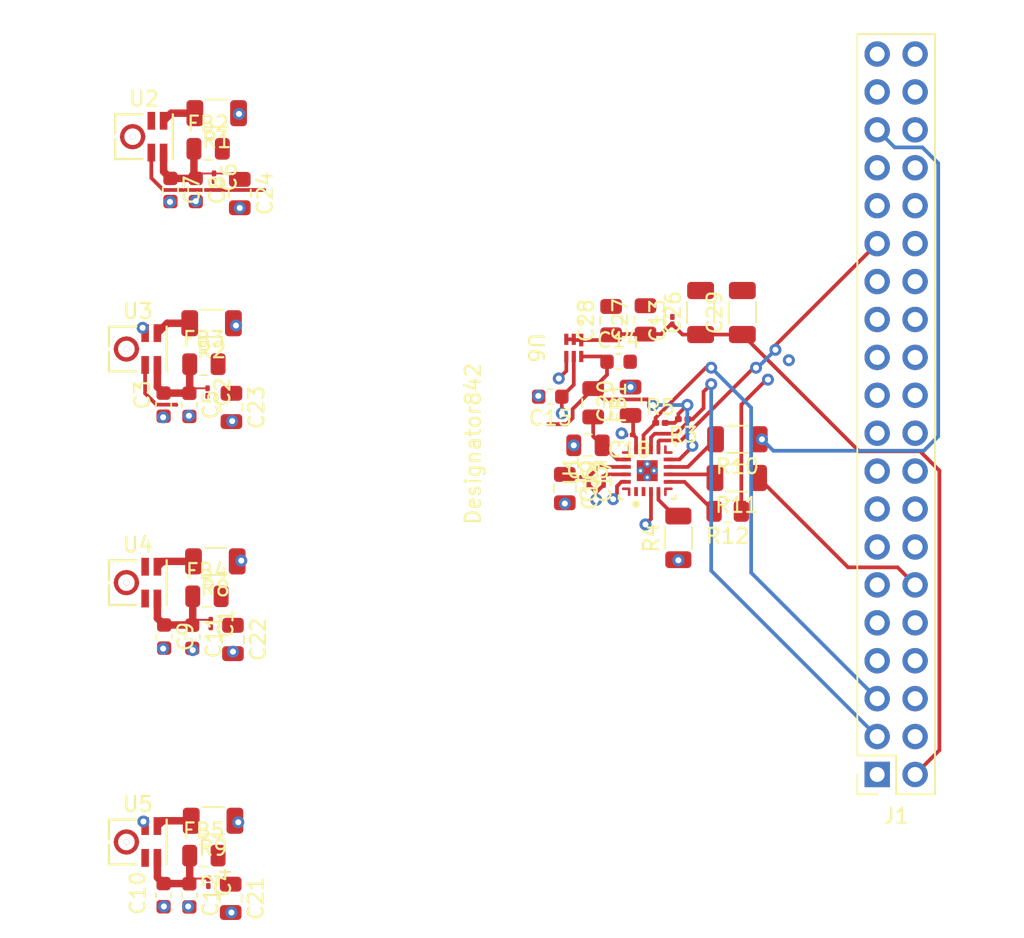
<source format=kicad_pcb>
(kicad_pcb (version 20221018) (generator pcbnew)
  (layers (0 "F.Cu" signal) (31 "B.Cu" signal) (34 "B.Paste" user) (35 "F.Paste" user) (36 "B.SilkS" user "B.Silkscreen") (37 "F.SilkS" user "F.Silkscreen") (38 "B.Mask" user) (39 "F.Mask" user) (44 "Edge.Cuts" user))
  (net 0 "")
  (net 1 "GND")
  (net 2 "+5V")
  (net 3 "AVDD")
  (net 4 "+1V8")
  (net 5 "AREG")
  (net 6 "DREG")
  (net 7 "VREF")
  (net 8 "PDM_IN_2")
  (net 9 "Net-(U2-DATA)")
  (net 10 "Net-(U3-DATA)")
  (net 11 "PDMCLK")
  (net 12 "Net-(U1-PDMCLK_GPO1)")
  (net 13 "PDM_IN_1")
  (net 14 "Net-(U4-DATA)")
  (net 15 "Net-(U5-DATA)")
  (net 16 "FSYNC")
  (net 17 "Net-(U1-FSYNC)")
  (net 18 "FBCLK")
  (net 19 "Net-(U1-BCLK)")
  (net 20 "SDOUT")
  (net 21 "Net-(U1-SDOUT)")
  (net 24 "SDA")
  (net 25 "SCL")
  (net 63 "Net-(U2-VDD)")
  (net 64 "Net-(U4-VDD)")
  (net 65 "Net-(U3-VDD)")
  (net 66 "Net-(U5-VDD)")
  (net 67 "IOVDD")
  (net 68 "PCMD_GPIO1")
  (footprint "Resistor_SMD:R_1206_3216Metric" (layer "F.Cu") (at 39.0956 31.8516 180)
    (fp_text reference "R1")
    (fp_text value "100")
  )
  (footprint "Capacitor_SMD:C_0603_1608Metric" (layer "F.Cu") (at 37.2656 51.389 -90)
    (fp_text reference "C5")
    (fp_text value "330pf")
  )
  (footprint "Capacitor_SMD:C_0603_1608Metric" (layer "F.Cu") (at 61.425 50.8412 180)
    (fp_text reference "C15")
    (fp_text value "1uf")
  )
  (footprint "Resistor_SMD:R_1206_3216Metric" (layer "F.Cu") (at 39.0037 61.8744 180)
    (fp_text reference "R8")
    (fp_text value "100")
  )
  (footprint "Capacitor_SMD:C_0603_1608Metric" (layer "F.Cu") (at 66 48.5)
    (fp_text reference "C14")
    (fp_text value "1uf")
  )
  (footprint "Resistor_SMD:R_1206_3216Metric" (layer "F.Cu") (at 73.9541 53.6956 180)
    (fp_text reference "R10")
    (fp_text value "0")
  )
  (footprint "Resistor_SMD:R_1206_3216Metric" (layer "F.Cu") (at 73.914 56.2864 180)
    (fp_text reference "R11")
    (fp_text value "0")
  )
  (footprint "Capacitor_SMD:C_0603_1608Metric" (layer "F.Cu") (at 37.6936 36.9954 -90)
    (fp_text reference "C8")
    (fp_text value "330pf")
  )
  (footprint "Capacitor_SMD:C_1206_3216Metric" (layer "F.Cu") (at 71.4908 45.2056 90)
    (fp_text reference "C26")
    (fp_text value "100nf")
  )
  (footprint "Capacitor_SMD:C_01005_0402Metric" (layer "F.Cu") (at 38.5356 83.3712 -90)
    (fp_text reference "C4")
    (fp_text value "0.1uf")
  )
  (footprint "Capacitor_SMD:C_0805_2012Metric" (layer "F.Cu") (at 40.0812 51.562 -90)
    (fp_text reference "C23")
    (fp_text value "2.2uf")
  )
  (footprint "Audio_Break_Out:DSE6_TEX" (layer "F.Cu") (at 63 47.575 -90)
    (fp_text reference "U6")
    (fp_text value "TLV7103318QDSERQ1" hide)
  )
  (footprint "Capacitor_SMD:C_0603_1608Metric" (layer "F.Cu") (at 35.5384 51.376 -90)
    (fp_text reference "C3")
    (fp_text value "47pf")
  )
  (footprint "Capacitor_SMD:C_0805_2012Metric" (layer "F.Cu") (at 62.4 57 -90)
    (fp_text reference "C16")
    (fp_text value "10uf")
  )
  (footprint "Capacitor_SMD:C_0603_1608Metric" (layer "F.Cu") (at 37.4572 66.9222 -90)
    (fp_text reference "C11")
    (fp_text value "330pf")
  )
  (footprint "Audio_Break_Out:SPH0690LM4H-1_KNO" (layer "F.Cu") (at 33.8138 80.6697)
    (fp_text reference "U5")
    (fp_text value "SPH0690LM4H-1")
  )
  (footprint "Capacitor_SMD:C_0603_1608Metric" (layer "F.Cu") (at 35.9968 36.9954 -90)
    (fp_text reference "C7")
    (fp_text value "47pf")
  )
  (footprint "Resistor_SMD:R_0805_2012Metric" (layer "F.Cu") (at 73.3044 58.5216 180)
    (fp_text reference "R12")
    (fp_text value "33")
  )
  (footprint "Capacitor_SMD:C_0805_2012Metric" (layer "F.Cu") (at 38.2372 48.6664)
    (fp_text reference "FB3")
    (fp_text value "FerriteBead")
  )
  (footprint "Capacitor_SMD:C_0805_2012Metric" (layer "F.Cu") (at 40.1828 67.1068 -90)
    (fp_text reference "C22")
    (fp_text value "2.2uf")
  )
  (footprint "Capacitor_SMD:C_1206_3216Metric" (layer "F.Cu") (at 74.2848 45.2056 90)
    (fp_text reference "C29")
    (fp_text value "10uf")
  )
  (footprint "Capacitor_SMD:C_0603_1608Metric" (layer "F.Cu") (at 35.5384 84.2308 -90)
    (fp_text reference "C10")
    (fp_text value "47pf")
  )
  (footprint "Audio_Break_Out:RTE0020A-MFG" (layer "F.Cu") (at 67.9196 55.7988 90)
    (fp_text reference "U1")
    (fp_text value "PCMD3140IRTER")
  )
  (footprint "Capacitor_SMD:C_0805_2012Metric" (layer "F.Cu") (at 40.0304 84.4448 -90)
    (fp_text reference "C21")
    (fp_text value "2.2uf")
  )
  (footprint "Capacitor_SMD:C_01005_0402Metric" (layer "F.Cu") (at 66.7 53.4 180)
    (fp_text reference "C18")
    (fp_text value "0.1uf")
  )
  (footprint "Capacitor_SMD:C_0805_2012Metric" (layer "F.Cu") (at 64.3 51.25 -90)
    (fp_text reference "FB1")
    (fp_text value "FerriteBead")
  )
  (footprint "Capacitor_SMD:C_0805_2012Metric" (layer "F.Cu") (at 40.64 37.2364 -90)
    (fp_text reference "C24")
    (fp_text value "2.2uf")
  )
  (footprint "Resistor_SMD:R_1206_3216Metric" (layer "F.Cu") (at 38.8513 79.248 180)
    (fp_text reference "R9")
    (fp_text value "100")
  )
  (footprint "Capacitor_SMD:C_0603_1608Metric" (layer "F.Cu") (at 37.2656 84.2438 -90)
    (fp_text reference "C12")
    (fp_text value "330pf")
  )
  (footprint "Resistor_SMD:R_0201_0603Metric" (layer "F.Cu") (at 68.8 52.6)
    (fp_text reference "R5")
    (fp_text value "470")
  )
  (footprint "Connector_PinSocket_2.54mm:PinSocket_2x20_P2.54mm_Vertical" (layer "F.Cu") (at 83.312 76.1492 180)
    (fp_text reference "J1")
    (fp_text value "Conn_02x20_Odd_Even")
  )
  (footprint "Capacitor_SMD:C_0805_2012Metric" (layer "F.Cu") (at 65.5 45.75 90)
    (fp_text reference "C28")
    (fp_text value "100pf")
  )
  (footprint "Resistor_SMD:R_0201_0603Metric" (layer "F.Cu") (at 70.322 52.3494 180)
    (fp_text reference "R3")
    (fp_text value "470")
  )
  (footprint "Capacitor_SMD:C_0805_2012Metric" (layer "F.Cu") (at 67.8 45.7 90)
    (fp_text reference "C27")
    (fp_text value "1nf")
  )
  (footprint "Capacitor_SMD:C_0805_2012Metric" (layer "F.Cu") (at 66.8 51.15 90)
    (fp_text reference "C20")
    (fp_text value "10uf")
  )
  (footprint "Resistor_SMD:R_1206_3216Metric" (layer "F.Cu") (at 70 60.3 90)
    (fp_text reference "R4")
    (fp_text value "100")
  )
  (footprint "Capacitor_SMD:C_0805_2012Metric" (layer "F.Cu") (at 63.95 54.1 180)
    (fp_text reference "C25")
    (fp_text value "2.2uf")
  )
  (footprint "Capacitor_SMD:C_0805_2012Metric" (layer "F.Cu") (at 38.4404 64.2112)
    (fp_text reference "FB4")
    (fp_text value "FerriteBead")
  )
  (footprint "Capacitor_SMD:C_01005_0402Metric" (layer "F.Cu") (at 64 56.5 -90)
    (fp_text reference "C17")
    (fp_text value "0.1uf")
  )
  (footprint "Capacitor_SMD:C_01005_0402Metric" (layer "F.Cu") (at 69.6 45.75 90)
    (fp_text reference "C13")
    (fp_text value "10nf")
  )
  (footprint "Capacitor_SMD:C_0805_2012Metric" (layer "F.Cu") (at 38.5216 34.2392)
    (fp_text reference "FB2")
    (fp_text value "FerriteBead")
  )
  (footprint "Audio_Break_Out:SPH0690LM4H-1_KNO" (layer "F.Cu") (at 34.229 33.4271)
    (fp_text reference "U2")
    (fp_text value "SPH0690LM4H-1")
  )
  (footprint "Audio_Break_Out:SPH0690LM4H-1_KNO" (layer "F.Cu") (at 33.8138 63.2975)
    (fp_text reference "U4")
    (fp_text value "SPH0690LM4H-1")
  )
  (footprint "Capacitor_SMD:C_01005_0402Metric" (layer "F.Cu") (at 38.9128 36.1398 -90)
    (fp_text reference "C6")
    (fp_text value "0.1uf")
  )
  (footprint "Audio_Break_Out:SPH0690LM4H-1_KNO" (layer "F.Cu") (at 33.8138 47.6497)
    (fp_text reference "U3")
    (fp_text value "SPH0690LM4H-1")
  )
  (footprint "Capacitor_SMD:C_01005_0402Metric" (layer "F.Cu") (at 38.6968 66.0376 -90)
    (fp_text reference "C1")
    (fp_text value "0.1uf")
  )
  (footprint "Resistor_SMD:R_1206_3216Metric" (layer "F.Cu") (at 38.7507 45.9232 180)
    (fp_text reference "R2")
    (fp_text value "100")
  )
  (footprint "Capacitor_SMD:C_01005_0402Metric" (layer "F.Cu") (at 38.4848 50.5334 -90)
    (fp_text reference "C2")
    (fp_text value "0.1uf")
  )
  (footprint "Capacitor_SMD:C_0805_2012Metric" (layer "F.Cu") (at 38.2372 81.5848)
    (fp_text reference "FB5")
    (fp_text value "FerriteBead")
  )
  (footprint "Capacitor_SMD:C_01005_0402Metric" (layer "F.Cu") (at 65 56.5 90)
    (fp_text reference "C19")
    (fp_text value "0.1uf")
  )
  (footprint "Capacitor_SMD:C_0603_1608Metric" (layer "F.Cu") (at 35.5776 66.9092 -90)
    (fp_text reference "C9")
    (fp_text value "47pf")
  )
  (segment (start 37.2364 52.1348) (end 37.2656 52.164) (width 0.25) (layer "F.Cu") (net 1))
  (segment (start 40.0964 52.512) (end 40.132 52.4764) (width 0.25) (layer "F.Cu") (net 1))
  (segment (start 64.975 56.775) (end 65 56.775) (width 0.25) (layer "F.Cu") (net 1))
  (segment (start 61.946 49.622) (end 61.946 49.622) (width 0.25) (layer "F.Cu") (net 1))
  (segment (start 35.9664 37.7952) (end 35.972 37.7952) (width 0.25) (layer "F.Cu") (net 1))
  (segment (start 64.5 57.25) (end 64.975 56.775) (width 0.25) (layer "F.Cu") (net 1))
  (segment (start 40.64 38.1864) (end 40.64 38.2016) (width 0.25) (layer "F.Cu") (net 1))
  (segment (start 35.5384 52.1932) (end 35.5092 52.2224) (width 0.25) (layer "F.Cu") (net 1))
  (segment (start 37.216 85.0188) (end 37.1856 84.9884) (width 0.25) (layer "F.Cu") (net 1))
  (segment (start 64.5 57.75) (end 64.5 57.25) (width 0.25) (layer "F.Cu") (net 1))
  (segment (start 35.5454 67.7164) (end 35.5776 67.6842) (width 0.25) (layer "F.Cu") (net 1))
  (segment (start 35.972 37.7952) (end 35.9968 37.7704) (width 0.25) (layer "F.Cu") (net 1))
  (segment (start 64.025 56.775) (end 64 56.775) (width 0.25) (layer "F.Cu") (net 1))
  (segment (start 35.5384 52.151) (end 35.5384 52.1932) (width 0.25) (layer "F.Cu") (net 1))
  (segment (start 61.9968 49.622) (end 61.946 49.622) (width 0.25) (layer "F.Cu") (net 1))
  (segment (start 40.0812 52.512) (end 40.0964 52.512) (width 0.25) (layer "F.Cu") (net 1))
  (segment (start 62.500001 48.15) (end 62.500001 49.118799) (width 0.25) (layer "F.Cu") (net 1))
  (segment (start 35.5092 67.7164) (end 35.5454 67.7164) (width 0.25) (layer "F.Cu") (net 1))
  (segment (start 37.2656 85.0188) (end 37.216 85.0188) (width 0.25) (layer "F.Cu") (net 1))
  (segment (start 40.0304 85.3948) (end 40.0812 85.3948) (width 0.25) (layer "F.Cu") (net 1))
  (segment (start 35.5558 84.9884) (end 35.5384 85.0058) (width 0.25) (layer "F.Cu") (net 1))
  (segment (start 37.4572 67.7848) (end 37.4904 67.818) (width 0.25) (layer "F.Cu") (net 1))
  (segment (start 37.4572 67.6972) (end 37.4572 67.7848) (width 0.25) (layer "F.Cu") (net 1))
  (segment (start 62.500001 49.118799) (end 61.9968 49.622) (width 0.25) (layer "F.Cu") (net 1))
  (segment (start 64.5 57.25) (end 64.025 56.775) (width 0.25) (layer "F.Cu") (net 1))
  (segment (start 37.2364 52.1208) (end 37.2364 52.1348) (width 0.25) (layer "F.Cu") (net 1))
  (segment (start 35.56 84.9884) (end 35.5558 84.9884) (width 0.25) (layer "F.Cu") (net 1))
  (segment (start 37.6936 37.7444) (end 37.6936 37.7704) (width 0.25) (layer "F.Cu") (net 1))
  (segment (start 61.9968 49.5712) (end 61.9968 49.622) (width 0.25) (layer "F.Cu") (net 1))
  (segment (start 40.1828 67.9196) (end 40.1828 68.0568) (width 0.25) (layer "F.Cu") (net 1))
  (via (at 37.6936 37.7444) (size 0.8) (drill 0.4) (layers "F.Cu" "B.Cu") (net 1))
  (via (at 40.132 52.4764) (size 0.8) (drill 0.4) (layers "F.Cu" "B.Cu") (net 1))
  (via (at 35.9664 37.7952) (size 0.8) (drill 0.4) (layers "F.Cu" "B.Cu") (net 1))
  (via (at 66.2 53.3) (size 0.8) (drill 0.4) (layers "F.Cu" "B.Cu") (net 1))
  (via (at 40.1828 67.9196) (size 0.8) (drill 0.4) (layers "F.Cu" "B.Cu") (net 1))
  (via (at 35.5092 67.7164) (size 0.8) (drill 0.4) (layers "F.Cu" "B.Cu") (net 1))
  (via (at 64.5 57.75) (size 0.8) (drill 0.4) (layers "F.Cu" "B.Cu") (net 1))
  (via (at 35.5092 52.2224) (size 0.8) (drill 0.4) (layers "F.Cu" "B.Cu") (net 1))
  (via (at 37.4904 67.818) (size 0.8) (drill 0.4) (layers "F.Cu" "B.Cu") (net 1))
  (via (at 37.1856 84.9884) (size 0.8) (drill 0.4) (layers "F.Cu" "B.Cu") (net 1))
  (via (at 40.0812 85.3948) (size 0.8) (drill 0.4) (layers "F.Cu" "B.Cu") (net 1))
  (via (at 34.1884 79.2988) (size 0.8) (drill 0.4) (layers "F.Cu" "B.Cu") (net 1))
  (via (at 63 54.1) (size 0.8) (drill 0.4) (layers "F.Cu" "B.Cu") (net 1))
  (via (at 62.4 58) (size 0.8) (drill 0.4) (layers "F.Cu" "B.Cu") (net 1))
  (via (at 60.6252 50.7904) (size 0.8) (drill 0.4) (layers "F.Cu" "B.Cu") (net 1))
  (via (at 66.8 50.2) (size 0.8) (drill 0.4) (layers "F.Cu" "B.Cu") (net 1))
  (via (at 37.2364 52.1208) (size 0.8) (drill 0.4) (layers "F.Cu" "B.Cu") (net 1))
  (via (at 34.1376 46.228) (size 0.8) (drill 0.4) (layers "F.Cu" "B.Cu") (net 1))
  (via (at 40.64 38.2016) (size 0.8) (drill 0.4) (layers "F.Cu" "B.Cu") (net 1))
  (via (at 35.56 84.9884) (size 0.8) (drill 0.4) (layers "F.Cu" "B.Cu") (net 1))
  (via (at 61.9968 49.622) (size 0.8) (drill 0.4) (layers "F.Cu" "B.Cu") (net 1))
  (segment (start 71.4908 46.6806) (end 70.2806 46.6806) (width 0.25) (layer "F.Cu") (net 2))
  (segment (start 87.477 74.5242) (end 85.852 76.1492) (width 0.25) (layer "F.Cu") (net 2))
  (segment (start 65.149962 47.050038) (end 65.5 46.7) (width 0.25) (layer "F.Cu") (net 2))
  (segment (start 69.475 46.025) (end 68.85 46.65) (width 0.25) (layer "F.Cu") (net 2))
  (segment (start 63 47) (end 62.500001 47) (width 0.25) (layer "F.Cu") (net 2))
  (segment (start 87.477 55.792499) (end 87.477 74.5242) (width 0.25) (layer "F.Cu") (net 2))
  (segment (start 63.499999 47.050038) (end 65.149962 47.050038) (width 0.25) (layer "F.Cu") (net 2))
  (segment (start 82.1042 54.5) (end 86.184501 54.5) (width 0.25) (layer "F.Cu") (net 2))
  (segment (start 74.2848 46.6806) (end 82.1042 54.5) (width 0.25) (layer "F.Cu") (net 2))
  (segment (start 65.55 46.65) (end 65.5 46.7) (width 0.25) (layer "F.Cu") (net 2))
  (segment (start 63.499999 47.050038) (end 63.050038 47.050038) (width 0.25) (layer "F.Cu") (net 2))
  (segment (start 70.2806 46.6806) (end 69.625 46.025) (width 0.25) (layer "F.Cu") (net 2))
  (segment (start 86.184501 54.5) (end 87.477 55.792499) (width 0.25) (layer "F.Cu") (net 2))
  (segment (start 69.625 46.025) (end 69.475 46.025) (width 0.25) (layer "F.Cu") (net 2))
  (segment (start 67.8 46.65) (end 65.55 46.65) (width 0.25) (layer "F.Cu") (net 2))
  (segment (start 68.85 46.65) (end 67.8 46.65) (width 0.25) (layer "F.Cu") (net 2))
  (segment (start 63.050038 47.050038) (end 63 47) (width 0.25) (layer "F.Cu") (net 2))
  (segment (start 71.4908 46.6806) (end 74.2848 46.6806) (width 0.25) (layer "F.Cu") (net 2))
  (segment (start 64.951201 54.1) (end 65.9 55.048799) (width 0.25) (layer "F.Cu") (net 3))
  (segment (start 64.3 53.5) (end 64.9 54.1) (width 0.25) (layer "F.Cu") (net 3))
  (segment (start 66.5196 55.048799) (end 65.9 55.048799) (width 0.25) (layer "F.Cu") (net 3))
  (segment (start 64.3 52.2) (end 64.3 53.5) (width 0.25) (layer "F.Cu") (net 3))
  (segment (start 65.9 55.048799) (end 65.898799 55.048799) (width 0.25) (layer "F.Cu") (net 3))
  (segment (start 64.9 54.1) (end 64.951201 54.1) (width 0.25) (layer "F.Cu") (net 3))
  (segment (start 63 48.15) (end 63 50.0412) (width 0.25) (layer "F.Cu") (net 4))
  (segment (start 62.2 50.8412) (end 62.2 51.9588) (width 0.25) (layer "F.Cu") (net 4))
  (segment (start 62.2 50.623827) (end 62.2 50.8412) (width 0.25) (layer "F.Cu") (net 4))
  (segment (start 62.2 51.9588) (end 62.2 51.908) (width 0.25) (layer "F.Cu") (net 4))
  (segment (start 63 50.0412) (end 62.2 50.8412) (width 0.25) (layer "F.Cu") (net 4))
  (via (at 62.2 51.9588) (size 0.8) (drill 0.4) (layers "F.Cu" "B.Cu") (net 4))
  (segment (start 62.4 56.05) (end 62.575 56.225) (width 0.25) (layer "F.Cu") (net 5))
  (segment (start 62.575 56.225) (end 64 56.225) (width 0.25) (layer "F.Cu") (net 5))
  (segment (start 66.5196 55.5488) (end 64.6762 55.5488) (width 0.25) (layer "F.Cu") (net 5))
  (segment (start 64.6762 55.5488) (end 64 56.225) (width 0.25) (layer "F.Cu") (net 5))
  (segment (start 67.169599 54.3988) (end 67.169599 53.594599) (width 0.25) (layer "F.Cu") (net 6))
  (segment (start 66.975 52.275) (end 66.975 53.4) (width 0.25) (layer "F.Cu") (net 6))
  (segment (start 66.8 52.1) (end 66.975 52.275) (width 0.25) (layer "F.Cu") (net 6))
  (segment (start 67.169599 53.594599) (end 66.975 53.4) (width 0.25) (layer "F.Cu") (net 6))
  (segment (start 67.169599 54.3988) (end 67.1664 54.395601) (width 0.25) (layer "F.Cu") (net 6))
  (segment (start 66.5196 56.0488) (end 65.1762 56.0488) (width 0.25) (layer "F.Cu") (net 7))
  (segment (start 65.1762 56.0488) (end 65 56.225) (width 0.25) (layer "F.Cu") (net 7))
  (segment (start 65.894601 56.839179) (end 65.894601 57.447799) (width 0.25) (layer "F.Cu") (net 8))
  (segment (start 65.894601 57.447799) (end 65.6336 57.7088) (width 0.25) (layer "F.Cu") (net 8))
  (segment (start 66.5196 56.548801) (end 66.184979 56.548801) (width 0.25) (layer "F.Cu") (net 8))
  (segment (start 40.2132 45.9232) (end 40.5581 45.5783) (width 0.25) (layer "F.Cu") (net 8))
  (segment (start 66.184979 56.548801) (end 65.894601 56.839179) (width 0.25) (layer "F.Cu") (net 8))
  (via (at 40.5892 31.9024) (size 0.8) (drill 0.4) (layers "F.Cu" "B.Cu") (net 8))
  (via (at 40.386 46.0756) (size 0.8) (drill 0.4) (layers "F.Cu" "B.Cu") (net 8))
  (via (at 65.6336 57.7088) (size 0.8) (drill 0.4) (layers "F.Cu" "B.Cu") (net 8))
  (segment (start 40.5892 31.9024) (end 40.5384 31.8516) (width 0.25) (layer "B.Cu") (net 8))
  (segment (start 40.5384 31.9532) (end 40.5892 31.9024) (width 0.25) (layer "B.Cu") (net 8))
  (segment (start 40.5384 31.8516) (end 40.5384 31.8008) (width 0.25) (layer "B.Cu") (net 8))
  (segment (start 40.3352 46.0248) (end 40.386 46.0756) (width 0.25) (layer "B.Cu") (net 8))
  (segment (start 37.6331 31.8516) (end 36.049 31.8516) (width 0.5) (layer "F.Cu") (net 9))
  (segment (start 36.049 31.8516) (end 35.5396 32.361) (width 0.5) (layer "F.Cu") (net 9))
  (segment (start 37.2882 45.9232) (end 35.7848 45.9232) (width 0.5) (layer "F.Cu") (net 10))
  (segment (start 35.7848 45.9232) (end 35.1244 46.5836) (width 0.5) (layer "F.Cu") (net 10))
  (segment (start 34.7176 36.194017) (end 34.7176 34.4932) (width 0.25) (layer "F.Cu") (net 11))
  (segment (start 36.380399 51.376) (end 35.060583 51.376) (width 0.25) (layer "F.Cu") (net 11))
  (segment (start 42.2786 36.9954) (end 35.518983 36.9954) (width 0.25) (layer "F.Cu") (net 11))
  (segment (start 36.393399 51.389) (end 36.380399 51.376) (width 0.25) (layer "F.Cu") (net 11))
  (segment (start 35.518983 36.9954) (end 34.7176 36.194017) (width 0.25) (layer "F.Cu") (net 11))
  (segment (start 35.060583 51.376) (end 34.3024 50.617817) (width 0.25) (layer "F.Cu") (net 11))
  (segment (start 34.3024 50.617817) (end 34.3024 48.7158) (width 0.25) (layer "F.Cu") (net 11))
  (via (at 70 61.8) (size 0.8) (drill 0.4) (layers "F.Cu" "B.Cu") (net 11))
  (segment (start 69.758302 58.8375) (end 70 58.8375) (width 0.25) (layer "F.Cu") (net 12))
  (segment (start 68.669601 57.748799) (end 69.758302 58.8375) (width 0.25) (layer "F.Cu") (net 12))
  (segment (start 68.669601 57.1988) (end 68.669601 57.748799) (width 0.25) (layer "F.Cu") (net 12))
  (segment (start 68.1696 57.1988) (end 68.1696 59.0304) (width 0.25) (layer "F.Cu") (net 13))
  (segment (start 68.1696 59.0304) (end 67.8 59.4) (width 0.25) (layer "F.Cu") (net 13))
  (via (at 40.5384 79.3496) (size 0.8) (drill 0.4) (layers "F.Cu" "B.Cu") (net 13))
  (via (at 67.8 59.4) (size 0.8) (drill 0.4) (layers "F.Cu" "B.Cu") (net 13))
  (via (at 40.7416 61.8236) (size 0.8) (drill 0.4) (layers "F.Cu" "B.Cu") (net 13))
  (segment (start 40.7416 61.8236) (end 40.8432 61.6712) (width 0.25) (layer "B.Cu") (net 13))
  (segment (start 40.5384 79.3496) (end 40.386 79.3496) (width 0.25) (layer "B.Cu") (net 13))
  (segment (start 35.4814 61.8744) (end 35.1244 62.2314) (width 0.5) (layer "F.Cu") (net 14))
  (segment (start 37.5412 61.8744) (end 35.4814 61.8744) (width 0.5) (layer "F.Cu") (net 14))
  (segment (start 37.3888 79.248) (end 35.48 79.248) (width 0.5) (layer "F.Cu") (net 15))
  (segment (start 35.48 79.248) (end 35.1244 79.6036) (width 0.5) (layer "F.Cu") (net 15))
  (via (at 75.6 53.7) (size 0.8) (drill 0.4) (layers "F.Cu" "B.Cu") (net 16))
  (segment (start 76.3642 54.4642) (end 86.4358 54.4642) (width 0.25) (layer "B.Cu") (net 16))
  (segment (start 86.338701 34.1442) (end 84.487 34.1442) (width 0.25) (layer "B.Cu") (net 16))
  (segment (start 87.4 35.205499) (end 86.338701 34.1442) (width 0.25) (layer "B.Cu") (net 16))
  (segment (start 75.6 53.7) (end 76.3642 54.4642) (width 0.25) (layer "B.Cu") (net 16))
  (segment (start 84.487 34.1442) (end 83.312 32.9692) (width 0.25) (layer "B.Cu") (net 16))
  (segment (start 87.4 53.5) (end 87.4 35.205499) (width 0.25) (layer "B.Cu") (net 16))
  (segment (start 86.4358 54.4642) (end 87.4 53.5) (width 0.25) (layer "B.Cu") (net 16))
  (segment (start 70.6384 55.5488) (end 72.4916 53.6956) (width 0.25) (layer "F.Cu") (net 17))
  (segment (start 69.3196 55.5488) (end 70.6384 55.5488) (width 0.25) (layer "F.Cu") (net 17))
  (segment (start 81.3643 62.2742) (end 84.677 62.2742) (width 0.25) (layer "F.Cu") (net 18))
  (segment (start 75.3765 56.2864) (end 81.3643 62.2742) (width 0.25) (layer "F.Cu") (net 18))
  (segment (start 84.677 62.2742) (end 85.852 63.4492) (width 0.25) (layer "F.Cu") (net 18))
  (segment (start 69.3196 56.0488) (end 72.2139 56.0488) (width 0.25) (layer "F.Cu") (net 19))
  (segment (start 72.2139 56.0488) (end 72.4515 56.2864) (width 0.25) (layer "F.Cu") (net 19))
  (segment (start 74.2169 51.3831) (end 75.9 49.7) (width 0.25) (layer "F.Cu") (net 20))
  (segment (start 76 49.6) (end 75.9 49.7) (width 0.25) (layer "F.Cu") (net 20))
  (segment (start 74.2169 58.5216) (end 74.2169 51.3831) (width 0.25) (layer "F.Cu") (net 20))
  (segment (start 75.9 49.7) (end 76 49.7) (width 0.25) (layer "F.Cu") (net 20))
  (segment (start 76 49.7) (end 76 49.6) (width 0.25) (layer "F.Cu") (net 20))
  (via (at 76 49.7) (size 0.8) (drill 0.4) (layers "F.Cu" "B.Cu") (net 20))
  (via (at 77.4 48.4) (size 0.8) (drill 0.4) (layers "F.Cu" "B.Cu") (net 20))
  (segment (start 69.3196 56.548801) (end 70.419101 56.548801) (width 0.25) (layer "F.Cu") (net 21))
  (segment (start 70.419101 56.548801) (end 72.3919 58.5216) (width 0.25) (layer "F.Cu") (net 21))
  (segment (start 68.1696 54.3988) (end 68.1696 53.575099) (width 0.25) (layer "F.Cu") (net 24))
  (segment (start 70.642 52.3494) (end 70.9506 52.3494) (width 0.25) (layer "F.Cu") (net 24))
  (segment (start 70.642 52.540441) (end 70.642 52.3494) (width 0.25) (layer "F.Cu") (net 24))
  (segment (start 68.1696 53.575099) (end 68.420898 53.323801) (width 0.25) (layer "F.Cu") (net 24))
  (segment (start 68.420898 53.323801) (end 69.85864 53.323801) (width 0.25) (layer "F.Cu") (net 24))
  (segment (start 70.9506 52.3494) (end 71.6904 51.6096) (width 0.25) (layer "F.Cu") (net 24))
  (segment (start 71.6904 51.6096) (end 71.6904 50.5096) (width 0.25) (layer "F.Cu") (net 24))
  (segment (start 69.85864 53.323801) (end 70.642 52.540441) (width 0.25) (layer "F.Cu") (net 24))
  (segment (start 71.6904 50.5096) (end 72.2 50) (width 0.25) (layer "F.Cu") (net 24))
  (via (at 72.2 50) (size 0.8) (drill 0.4) (layers "F.Cu" "B.Cu") (net 24))
  (segment (start 72.2 50) (end 72.2 62.4972) (width 0.25) (layer "B.Cu") (net 24))
  (segment (start 72.2 62.4972) (end 83.312 73.6092) (width 0.25) (layer "B.Cu") (net 24))
  (segment (start 68.48 52.258604) (end 71.838604 48.9) (width 0.25) (layer "F.Cu") (net 25))
  (segment (start 71.838604 48.9) (end 72.2 48.9) (width 0.25) (layer "F.Cu") (net 25))
  (segment (start 68.48 52.6) (end 68.48 52.258604) (width 0.25) (layer "F.Cu") (net 25))
  (segment (start 67.6696 53.4104) (end 68.48 52.6) (width 0.25) (layer "F.Cu") (net 25))
  (segment (start 67.6696 54.3988) (end 67.6696 53.4104) (width 0.25) (layer "F.Cu") (net 25))
  (via (at 72.2 48.9) (size 0.8) (drill 0.4) (layers "F.Cu" "B.Cu") (net 25))
  (segment (start 74.875 51.575) (end 74.875 62.6322) (width 0.25) (layer "B.Cu") (net 25))
  (segment (start 74.875 62.6322) (end 83.312 71.0692) (width 0.25) (layer "B.Cu") (net 25))
  (segment (start 72.2 48.9) (end 74.875 51.575) (width 0.25) (layer "B.Cu") (net 25))
  (segment (start 35.9968 36.2204) (end 37.6936 36.2204) (width 0.5) (layer "F.Cu") (net 63))
  (segment (start 38.9128 35.8898) (end 40.2434 35.8898) (width 0.125) (layer "F.Cu") (net 63))
  (segment (start 38.0242 35.8898) (end 37.6936 36.2204) (width 0.125) (layer "F.Cu") (net 63))
  (segment (start 40.2434 35.8898) (end 40.64 36.2864) (width 0.125) (layer "F.Cu") (net 63))
  (segment (start 38.9128 35.8898) (end 38.0242 35.8898) (width 0.125) (layer "F.Cu") (net 63))
  (segment (start 37.3176 34.4932) (end 37.5716 34.2392) (width 0.5) (layer "F.Cu") (net 63))
  (segment (start 35.5396 35.7632) (end 35.9968 36.2204) (width 0.5) (layer "F.Cu") (net 63))
  (segment (start 37.5716 36.0984) (end 37.6936 36.2204) (width 0.5) (layer "F.Cu") (net 63))
  (segment (start 35.5396 34.4932) (end 35.5396 35.7632) (width 0.5) (layer "F.Cu") (net 63))
  (segment (start 37.5716 34.2392) (end 37.5716 36.0984) (width 0.5) (layer "F.Cu") (net 63))
  (segment (start 37.8168 65.7876) (end 37.4572 66.1472) (width 0.125) (layer "F.Cu") (net 64))
  (segment (start 35.1244 65.681) (end 35.5776 66.1342) (width 0.5) (layer "F.Cu") (net 64))
  (segment (start 38.6968 65.7876) (end 37.8168 65.7876) (width 0.125) (layer "F.Cu") (net 64))
  (segment (start 37.4904 64.2112) (end 37.4904 66.114) (width 0.5) (layer "F.Cu") (net 64))
  (segment (start 37.4442 66.1342) (end 37.4572 66.1472) (width 0.5) (layer "F.Cu") (net 64))
  (segment (start 35.1244 64.3636) (end 35.1244 65.681) (width 0.5) (layer "F.Cu") (net 64))
  (segment (start 37.4904 66.114) (end 37.4572 66.1472) (width 0.5) (layer "F.Cu") (net 64))
  (segment (start 35.5776 66.1342) (end 37.4442 66.1342) (width 0.5) (layer "F.Cu") (net 64))
  (segment (start 37.5962 50.2834) (end 37.2656 50.614) (width 0.125) (layer "F.Cu") (net 65))
  (segment (start 35.1244 50.187) (end 35.5384 50.601) (width 0.5) (layer "F.Cu") (net 65))
  (segment (start 35.1244 48.7158) (end 35.1244 50.187) (width 0.5) (layer "F.Cu") (net 65))
  (segment (start 37.2872 50.5924) (end 37.2656 50.614) (width 0.5) (layer "F.Cu") (net 65))
  (segment (start 37.2872 48.6664) (end 37.2872 50.5924) (width 0.5) (layer "F.Cu") (net 65))
  (segment (start 38.4848 50.2834) (end 37.5962 50.2834) (width 0.125) (layer "F.Cu") (net 65))
  (segment (start 37.2526 50.601) (end 37.2656 50.614) (width 0.5) (layer "F.Cu") (net 65))
  (segment (start 35.5384 50.601) (end 37.2526 50.601) (width 0.5) (layer "F.Cu") (net 65))
  (segment (start 38.5356 83.1212) (end 37.6132 83.1212) (width 0.125) (layer "F.Cu") (net 66))
  (segment (start 37.6132 83.1212) (end 37.2656 83.4688) (width 0.125) (layer "F.Cu") (net 66))
  (segment (start 37.2872 83.4472) (end 37.2656 83.4688) (width 0.5) (layer "F.Cu") (net 66))
  (segment (start 37.2872 81.5848) (end 37.2872 83.4472) (width 0.5) (layer "F.Cu") (net 66))
  (segment (start 37.2526 83.4558) (end 37.2656 83.4688) (width 0.5) (layer "F.Cu") (net 66))
  (segment (start 35.1244 83.0418) (end 35.5384 83.4558) (width 0.5) (layer "F.Cu") (net 66))
  (segment (start 35.1244 81.7358) (end 35.1244 83.0418) (width 0.5) (layer "F.Cu") (net 66))
  (segment (start 35.56 83.2816) (end 35.772 83.4936) (width 0.5) (layer "F.Cu") (net 66))
  (segment (start 35.56 83.312) (end 35.7416 83.4936) (width 0.5) (layer "F.Cu") (net 66))
  (segment (start 35.5384 83.4558) (end 37.2526 83.4558) (width 0.5) (layer "F.Cu") (net 66))
  (segment (start 70.6 51.4) (end 70.002 51.998) (width 0.25) (layer "F.Cu") (net 67))
  (segment (start 63.499999 48.15) (end 64.875 48.15) (width 0.25) (layer "F.Cu") (net 67))
  (segment (start 69.12 52.6) (end 69.7514 52.6) (width 0.25) (layer "F.Cu") (net 67))
  (segment (start 70.002 51.998) (end 70.002 52.3494) (width 0.25) (layer "F.Cu") (net 67))
  (segment (start 70.9422 54.1274) (end 70.993 54.1274) (width 0.25) (layer "F.Cu") (net 67))
  (segment (start 65.025 51.025) (end 67.925 51.025) (width 0.25) (layer "F.Cu") (net 67))
  (segment (start 70.993 54.1274) (end 70.993 54.1274) (width 0.25) (layer "F.Cu") (net 67))
  (segment (start 69.9766 52.324) (end 70.002 52.3494) (width 0.25) (layer "F.Cu") (net 67))
  (segment (start 65.225 49.375) (end 64.3 50.3) (width 0.25) (layer "F.Cu") (net 67))
  (segment (start 62.925 52.275) (end 62.5162 52.6838) (width 0.25) (layer "F.Cu") (net 67))
  (segment (start 70.9422 54.1782) (end 70.9422 54.1274) (width 0.25) (layer "F.Cu") (net 67))
  (segment (start 64.3 50.35) (end 64.3 50.3) (width 0.25) (layer "F.Cu") (net 67))
  (segment (start 69.7514 52.6) (end 70.002 52.3494) (width 0.25) (layer "F.Cu") (net 67))
  (segment (start 62.925 51.675) (end 62.925 52.275) (width 0.25) (layer "F.Cu") (net 67))
  (segment (start 70.3072 54.8132) (end 70.2564 54.864) (width 0.25) (layer "F.Cu") (net 67))
  (segment (start 69.3196 55.048799) (end 70.071601 55.048799) (width 0.25) (layer "F.Cu") (net 67))
  (segment (start 67.925 51.025) (end 68.3 51.4) (width 0.25) (layer "F.Cu") (net 67))
  (segment (start 64.3 50.3) (end 65.025 51.025) (width 0.25) (layer "F.Cu") (net 67))
  (segment (start 70.071601 55.048799) (end 70.3072 54.8132) (width 0.25) (layer "F.Cu") (net 67))
  (segment (start 65.225 48.5) (end 65.225 49.375) (width 0.25) (layer "F.Cu") (net 67))
  (segment (start 70.3072 54.8132) (end 70.9422 54.1782) (width 0.25) (layer "F.Cu") (net 67))
  (segment (start 64.3 50.3) (end 62.925 51.675) (width 0.25) (layer "F.Cu") (net 67))
  (segment (start 62.5162 52.6838) (end 61.2838 52.6838) (width 0.25) (layer "F.Cu") (net 67))
  (segment (start 64.875 48.15) (end 65.225 48.5) (width 0.25) (layer "F.Cu") (net 67))
  (via (at 70.6 51.4) (size 0.8) (drill 0.4) (layers "F.Cu" "B.Cu") (net 67))
  (via (at 70.6 51.4) (size 0.8) (drill 0.4) (layers "F.Cu" "B.Cu") (net 67))
  (via (at 68.3 51.4) (size 0.8) (drill 0.4) (layers "F.Cu" "B.Cu") (net 67))
  (via (at 70.9422 54.1274) (size 0.8) (drill 0.4) (layers "F.Cu" "B.Cu") (net 67))
  (segment (start 70.6 51.4) (end 70.6 53.7852) (width 0.25) (layer "B.Cu") (net 67))
  (segment (start 70.6 53.7852) (end 70.9422 54.1274) (width 0.25) (layer "B.Cu") (net 67))
  (segment (start 68.3 51.4) (end 70.6 51.4) (width 0.25) (layer "B.Cu") (net 67))
  (segment (start 68.744601 53.773801) (end 70.178199 53.773801) (width 0.25) (layer "F.Cu") (net 68))
  (segment (start 68.669601 54.3988) (end 68.669601 53.848801) (width 0.25) (layer "F.Cu") (net 68))
  (segment (start 76.5 47.7) (end 76.5 47.4012) (width 0.25) (layer "F.Cu") (net 68))
  (segment (start 68.669601 53.848801) (end 68.744601 53.773801) (width 0.25) (layer "F.Cu") (net 68))
  (segment (start 75.052 48.9) (end 75.2 48.9) (width 0.25) (layer "F.Cu") (net 68))
  (segment (start 70.178199 53.773801) (end 75.052 48.9) (width 0.25) (layer "F.Cu") (net 68))
  (segment (start 76.5 47.4012) (end 83.312 40.5892) (width 0.25) (layer "F.Cu") (net 68))
  (via (at 76.5 47.7) (size 0.8) (drill 0.4) (layers "F.Cu" "B.Cu") (net 68))
  (via (at 75.2 48.9) (size 0.8) (drill 0.4) (layers "F.Cu" "B.Cu") (net 68))
  (segment (start 75.2 48.9) (end 75.3 48.9) (width 0.25) (layer "B.Cu") (net 68))
  (segment (start 75.3 48.9) (end 76.5 47.7) (width 0.25) (layer "B.Cu") (net 68))
)
</source>
